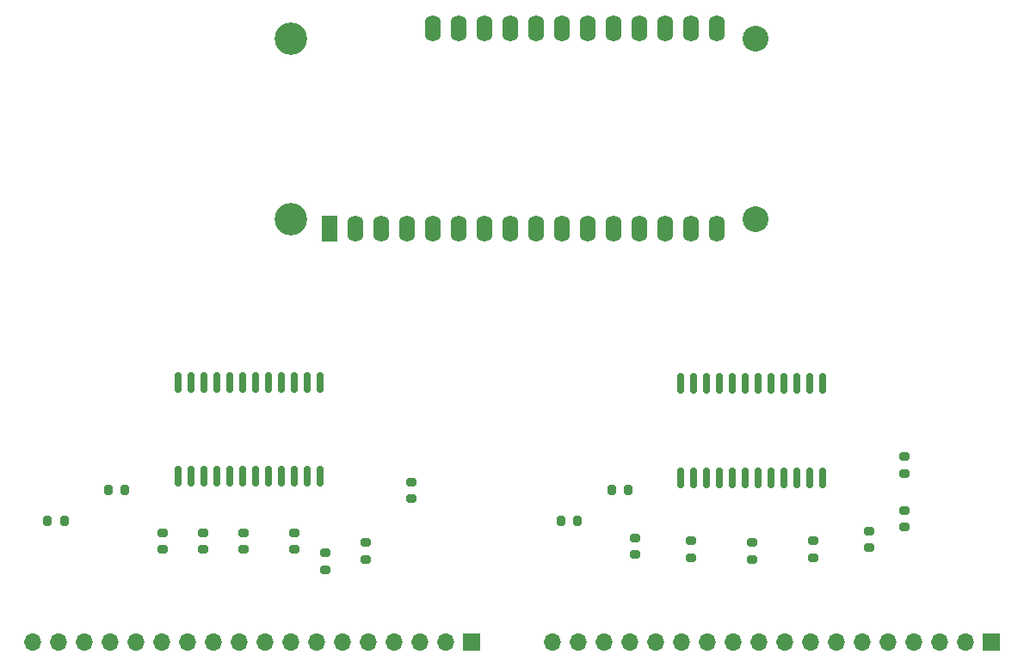
<source format=gbr>
%TF.GenerationSoftware,KiCad,Pcbnew,8.0.8*%
%TF.CreationDate,2025-11-20T00:17:19-08:00*%
%TF.ProjectId,PosturePad,506f7374-7572-4655-9061-642e6b696361,rev?*%
%TF.SameCoordinates,Original*%
%TF.FileFunction,Soldermask,Top*%
%TF.FilePolarity,Negative*%
%FSLAX46Y46*%
G04 Gerber Fmt 4.6, Leading zero omitted, Abs format (unit mm)*
G04 Created by KiCad (PCBNEW 8.0.8) date 2025-11-20 00:17:19*
%MOMM*%
%LPD*%
G01*
G04 APERTURE LIST*
G04 Aperture macros list*
%AMRoundRect*
0 Rectangle with rounded corners*
0 $1 Rounding radius*
0 $2 $3 $4 $5 $6 $7 $8 $9 X,Y pos of 4 corners*
0 Add a 4 corners polygon primitive as box body*
4,1,4,$2,$3,$4,$5,$6,$7,$8,$9,$2,$3,0*
0 Add four circle primitives for the rounded corners*
1,1,$1+$1,$2,$3*
1,1,$1+$1,$4,$5*
1,1,$1+$1,$6,$7*
1,1,$1+$1,$8,$9*
0 Add four rect primitives between the rounded corners*
20,1,$1+$1,$2,$3,$4,$5,0*
20,1,$1+$1,$4,$5,$6,$7,0*
20,1,$1+$1,$6,$7,$8,$9,0*
20,1,$1+$1,$8,$9,$2,$3,0*%
G04 Aperture macros list end*
%ADD10RoundRect,0.200000X0.275000X-0.200000X0.275000X0.200000X-0.275000X0.200000X-0.275000X-0.200000X0*%
%ADD11RoundRect,0.150000X0.150000X-0.875000X0.150000X0.875000X-0.150000X0.875000X-0.150000X-0.875000X0*%
%ADD12RoundRect,0.200000X-0.200000X-0.275000X0.200000X-0.275000X0.200000X0.275000X-0.200000X0.275000X0*%
%ADD13RoundRect,0.200000X0.200000X0.275000X-0.200000X0.275000X-0.200000X-0.275000X0.200000X-0.275000X0*%
%ADD14R,1.700000X1.700000*%
%ADD15O,1.700000X1.700000*%
%ADD16C,3.200000*%
%ADD17C,2.540000*%
%ADD18R,1.600000X2.600000*%
%ADD19O,1.600000X2.600000*%
G04 APERTURE END LIST*
D10*
%TO.C,R11*%
X138000000Y-120825000D03*
X138000000Y-119175000D03*
%TD*%
D11*
%TO.C,U1*%
X168960000Y-112800000D03*
X170230000Y-112800000D03*
X171500000Y-112800000D03*
X172770000Y-112800000D03*
X174040000Y-112800000D03*
X175310000Y-112800000D03*
X176580000Y-112800000D03*
X177850000Y-112800000D03*
X179120000Y-112800000D03*
X180390000Y-112800000D03*
X181660000Y-112800000D03*
X182930000Y-112800000D03*
X182930000Y-103500000D03*
X181660000Y-103500000D03*
X180390000Y-103500000D03*
X179120000Y-103500000D03*
X177850000Y-103500000D03*
X176580000Y-103500000D03*
X175310000Y-103500000D03*
X174040000Y-103500000D03*
X172770000Y-103500000D03*
X171500000Y-103500000D03*
X170230000Y-103500000D03*
X168960000Y-103500000D03*
%TD*%
D10*
%TO.C,R13*%
X131000000Y-119825000D03*
X131000000Y-118175000D03*
%TD*%
%TO.C,R14*%
X126000000Y-119825000D03*
X126000000Y-118175000D03*
%TD*%
D12*
%TO.C,R9*%
X157175000Y-117000000D03*
X158825000Y-117000000D03*
%TD*%
D10*
%TO.C,R3*%
X187500000Y-119650000D03*
X187500000Y-118000000D03*
%TD*%
D12*
%TO.C,R18*%
X106675000Y-117000000D03*
X108325000Y-117000000D03*
%TD*%
D13*
%TO.C,R17*%
X114325000Y-114000000D03*
X112675000Y-114000000D03*
%TD*%
D10*
%TO.C,R6*%
X170000000Y-120650000D03*
X170000000Y-119000000D03*
%TD*%
%TO.C,R4*%
X182000000Y-120650000D03*
X182000000Y-119000000D03*
%TD*%
%TO.C,R1*%
X191000000Y-112325000D03*
X191000000Y-110675000D03*
%TD*%
D11*
%TO.C,U2*%
X119515000Y-112650000D03*
X120785000Y-112650000D03*
X122055000Y-112650000D03*
X123325000Y-112650000D03*
X124595000Y-112650000D03*
X125865000Y-112650000D03*
X127135000Y-112650000D03*
X128405000Y-112650000D03*
X129675000Y-112650000D03*
X130945000Y-112650000D03*
X132215000Y-112650000D03*
X133485000Y-112650000D03*
X133485000Y-103350000D03*
X132215000Y-103350000D03*
X130945000Y-103350000D03*
X129675000Y-103350000D03*
X128405000Y-103350000D03*
X127135000Y-103350000D03*
X125865000Y-103350000D03*
X124595000Y-103350000D03*
X123325000Y-103350000D03*
X122055000Y-103350000D03*
X120785000Y-103350000D03*
X119515000Y-103350000D03*
%TD*%
D10*
%TO.C,R12*%
X134000000Y-121825000D03*
X134000000Y-120175000D03*
%TD*%
D14*
%TO.C,J2*%
X148440000Y-129000000D03*
D15*
X145900000Y-129000000D03*
X143360000Y-129000000D03*
X140820000Y-129000000D03*
X138280000Y-129000000D03*
X135740000Y-129000000D03*
X133200000Y-129000000D03*
X130660000Y-129000000D03*
X128120000Y-129000000D03*
X125580000Y-129000000D03*
X123040000Y-129000000D03*
X120500000Y-129000000D03*
X117960000Y-129000000D03*
X115420000Y-129000000D03*
X112880000Y-129000000D03*
X110340000Y-129000000D03*
X107800000Y-129000000D03*
X105260000Y-129000000D03*
%TD*%
D10*
%TO.C,R2*%
X191000000Y-117650000D03*
X191000000Y-116000000D03*
%TD*%
D13*
%TO.C,R8*%
X163825000Y-114000000D03*
X162175000Y-114000000D03*
%TD*%
D10*
%TO.C,R5*%
X176000000Y-120825000D03*
X176000000Y-119175000D03*
%TD*%
%TO.C,R10*%
X142500000Y-114825000D03*
X142500000Y-113175000D03*
%TD*%
D16*
%TO.C,A1*%
X130640000Y-87282500D03*
D17*
X176360000Y-87282500D03*
D16*
X130640000Y-69502500D03*
D17*
X176360000Y-69502500D03*
D18*
X134450000Y-88252500D03*
D19*
X136990000Y-88252500D03*
X139530000Y-88252500D03*
X142070000Y-88252500D03*
X144610000Y-88252500D03*
X147150000Y-88252500D03*
X149690000Y-88252500D03*
X152230000Y-88252500D03*
X154770000Y-88252500D03*
X157310000Y-88252500D03*
X159850000Y-88252500D03*
X162390000Y-88252500D03*
X164930000Y-88252500D03*
X167470000Y-88252500D03*
X170010000Y-88252500D03*
X172550000Y-88252500D03*
X172550000Y-68532500D03*
X170010000Y-68532500D03*
X167470000Y-68532500D03*
X164930000Y-68532500D03*
X162390000Y-68532500D03*
X159850000Y-68532500D03*
X157310000Y-68532500D03*
X154770000Y-68532500D03*
X152230000Y-68532500D03*
X149690000Y-68532500D03*
X147150000Y-68532500D03*
X144610000Y-68532500D03*
%TD*%
D10*
%TO.C,R16*%
X118000000Y-119825000D03*
X118000000Y-118175000D03*
%TD*%
D14*
%TO.C,J1*%
X199560000Y-129000000D03*
D15*
X197020000Y-129000000D03*
X194480000Y-129000000D03*
X191940000Y-129000000D03*
X189400000Y-129000000D03*
X186860000Y-129000000D03*
X184320000Y-129000000D03*
X181780000Y-129000000D03*
X179240000Y-129000000D03*
X176700000Y-129000000D03*
X174160000Y-129000000D03*
X171620000Y-129000000D03*
X169080000Y-129000000D03*
X166540000Y-129000000D03*
X164000000Y-129000000D03*
X161460000Y-129000000D03*
X158920000Y-129000000D03*
X156380000Y-129000000D03*
%TD*%
D10*
%TO.C,R15*%
X122000000Y-119825000D03*
X122000000Y-118175000D03*
%TD*%
%TO.C,R7*%
X164500000Y-120325000D03*
X164500000Y-118675000D03*
%TD*%
M02*

</source>
